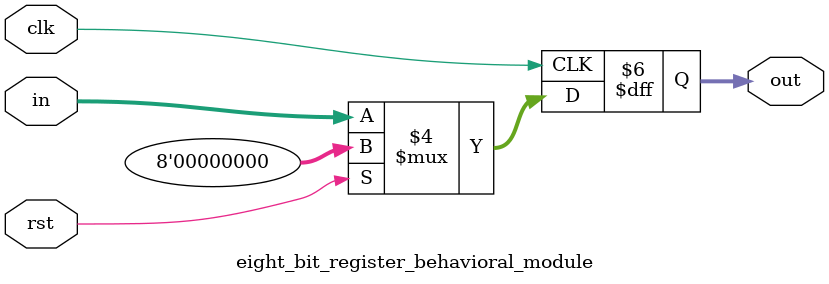
<source format=v>


module eight_bit_register_behavioral_module(in, clk, rst, out);

	input [7:0] in;
	input clk; //clock
	input rst; //reset
	
	output [7:0] out;
	reg [7:0] out;	
	
	always@(posedge clk)
	begin
		if(rst == 1'b1)
			out <= 8'd0; 
		else
		begin
			out <= in;
		end
	end



endmodule


</source>
